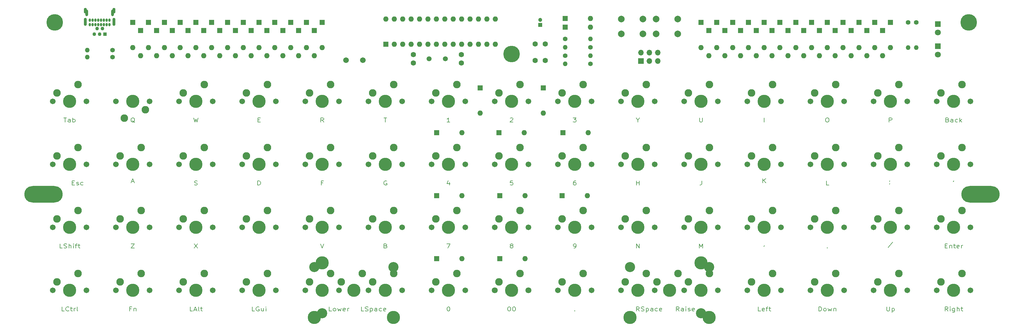
<source format=gbr>
G04 #@! TF.GenerationSoftware,KiCad,Pcbnew,(5.1.10-1-10_14)*
G04 #@! TF.CreationDate,2021-08-12T16:16:49+02:00*
G04 #@! TF.ProjectId,juliet-ortho,6a756c69-6574-42d6-9f72-74686f2e6b69,1*
G04 #@! TF.SameCoordinates,Original*
G04 #@! TF.FileFunction,Soldermask,Top*
G04 #@! TF.FilePolarity,Negative*
%FSLAX46Y46*%
G04 Gerber Fmt 4.6, Leading zero omitted, Abs format (unit mm)*
G04 Created by KiCad (PCBNEW (5.1.10-1-10_14)) date 2021-08-12 16:16:49*
%MOMM*%
%LPD*%
G01*
G04 APERTURE LIST*
%ADD10C,0.203200*%
%ADD11C,1.701800*%
%ADD12C,3.987800*%
%ADD13C,2.286000*%
%ADD14C,3.048000*%
%ADD15C,1.800000*%
%ADD16O,1.600000X1.600000*%
%ADD17R,1.600000X1.600000*%
%ADD18O,0.700000X1.000000*%
%ADD19O,0.900000X2.400000*%
%ADD20O,0.900000X1.700000*%
%ADD21C,1.100000*%
%ADD22R,1.100000X1.100000*%
%ADD23O,0.850000X2.000000*%
%ADD24O,11.600000X5.000000*%
%ADD25C,5.000000*%
%ADD26O,1.400000X1.400000*%
%ADD27C,1.400000*%
%ADD28C,1.710000*%
%ADD29R,1.200000X1.200000*%
%ADD30C,1.200000*%
%ADD31C,1.600000*%
%ADD32R,1.700000X1.700000*%
%ADD33O,1.700000X1.700000*%
%ADD34R,1.800000X1.800000*%
%ADD35C,2.000000*%
%ADD36C,1.500000*%
G04 APERTURE END LIST*
D10*
X132842000Y-126463273D02*
X133858000Y-126463273D01*
X133204857Y-127733273D01*
X133785428Y-89633273D02*
X132914571Y-89633273D01*
X133350000Y-89633273D02*
X133350000Y-88363273D01*
X133204857Y-88544702D01*
X133059714Y-88665654D01*
X132914571Y-88726130D01*
X56714571Y-108622797D02*
X56932285Y-108683273D01*
X57295142Y-108683273D01*
X57440285Y-108622797D01*
X57512857Y-108562321D01*
X57585428Y-108441369D01*
X57585428Y-108320416D01*
X57512857Y-108199464D01*
X57440285Y-108138988D01*
X57295142Y-108078511D01*
X57004857Y-108018035D01*
X56859714Y-107957559D01*
X56787142Y-107897083D01*
X56714571Y-107776130D01*
X56714571Y-107655178D01*
X56787142Y-107534226D01*
X56859714Y-107473750D01*
X57004857Y-107413273D01*
X57367714Y-107413273D01*
X57585428Y-107473750D01*
X228672571Y-126958422D02*
X228672571Y-127018898D01*
X228600000Y-127139851D01*
X228527428Y-127200327D01*
X228200857Y-107968898D02*
X228200857Y-106698898D01*
X229071714Y-107968898D02*
X228418571Y-107243184D01*
X229071714Y-106698898D02*
X228200857Y-107424613D01*
X56496857Y-88363273D02*
X56859714Y-89633273D01*
X57150000Y-88726130D01*
X57440285Y-89633273D01*
X57803142Y-88363273D01*
X283899428Y-88968035D02*
X284117142Y-89028511D01*
X284189714Y-89088988D01*
X284262285Y-89209940D01*
X284262285Y-89391369D01*
X284189714Y-89512321D01*
X284117142Y-89572797D01*
X283972000Y-89633273D01*
X283391428Y-89633273D01*
X283391428Y-88363273D01*
X283899428Y-88363273D01*
X284044571Y-88423750D01*
X284117142Y-88484226D01*
X284189714Y-88605178D01*
X284189714Y-88726130D01*
X284117142Y-88847083D01*
X284044571Y-88907559D01*
X283899428Y-88968035D01*
X283391428Y-88968035D01*
X285568571Y-89633273D02*
X285568571Y-88968035D01*
X285496000Y-88847083D01*
X285350857Y-88786607D01*
X285060571Y-88786607D01*
X284915428Y-88847083D01*
X285568571Y-89572797D02*
X285423428Y-89633273D01*
X285060571Y-89633273D01*
X284915428Y-89572797D01*
X284842857Y-89451845D01*
X284842857Y-89330892D01*
X284915428Y-89209940D01*
X285060571Y-89149464D01*
X285423428Y-89149464D01*
X285568571Y-89088988D01*
X286947428Y-89572797D02*
X286802285Y-89633273D01*
X286512000Y-89633273D01*
X286366857Y-89572797D01*
X286294285Y-89512321D01*
X286221714Y-89391369D01*
X286221714Y-89028511D01*
X286294285Y-88907559D01*
X286366857Y-88847083D01*
X286512000Y-88786607D01*
X286802285Y-88786607D01*
X286947428Y-88847083D01*
X287600571Y-89633273D02*
X287600571Y-88363273D01*
X287745714Y-89149464D02*
X288181142Y-89633273D01*
X288181142Y-88786607D02*
X287600571Y-89270416D01*
X267353142Y-125926547D02*
X266046857Y-127559404D01*
X266534446Y-108146547D02*
X266534446Y-108207023D01*
X266461875Y-108327976D01*
X266389303Y-108388452D01*
X266461875Y-107420833D02*
X266534446Y-107481309D01*
X266461875Y-107541785D01*
X266389303Y-107481309D01*
X266461875Y-107420833D01*
X266461875Y-107541785D01*
X266300857Y-89633273D02*
X266300857Y-88363273D01*
X266881428Y-88363273D01*
X267026571Y-88423750D01*
X267099142Y-88484226D01*
X267171714Y-88605178D01*
X267171714Y-88786607D01*
X267099142Y-88907559D01*
X267026571Y-88968035D01*
X266881428Y-89028511D01*
X266300857Y-89028511D01*
X245073714Y-146783273D02*
X245073714Y-145513273D01*
X245436571Y-145513273D01*
X245654285Y-145573750D01*
X245799428Y-145694702D01*
X245872000Y-145815654D01*
X245944571Y-146057559D01*
X245944571Y-146238988D01*
X245872000Y-146480892D01*
X245799428Y-146601845D01*
X245654285Y-146722797D01*
X245436571Y-146783273D01*
X245073714Y-146783273D01*
X246815428Y-146783273D02*
X246670285Y-146722797D01*
X246597714Y-146662321D01*
X246525142Y-146541369D01*
X246525142Y-146178511D01*
X246597714Y-146057559D01*
X246670285Y-145997083D01*
X246815428Y-145936607D01*
X247033142Y-145936607D01*
X247178285Y-145997083D01*
X247250857Y-146057559D01*
X247323428Y-146178511D01*
X247323428Y-146541369D01*
X247250857Y-146662321D01*
X247178285Y-146722797D01*
X247033142Y-146783273D01*
X246815428Y-146783273D01*
X247831428Y-145936607D02*
X248121714Y-146783273D01*
X248412000Y-146178511D01*
X248702285Y-146783273D01*
X248992571Y-145936607D01*
X249573142Y-145936607D02*
X249573142Y-146783273D01*
X249573142Y-146057559D02*
X249645714Y-145997083D01*
X249790857Y-145936607D01*
X250008571Y-145936607D01*
X250153714Y-145997083D01*
X250226285Y-146118035D01*
X250226285Y-146783273D01*
X247650000Y-127612321D02*
X247722571Y-127672797D01*
X247650000Y-127733273D01*
X247577428Y-127672797D01*
X247650000Y-127612321D01*
X247650000Y-127733273D01*
X248121714Y-108683273D02*
X247396000Y-108683273D01*
X247396000Y-107413273D01*
X247504857Y-88363273D02*
X247795142Y-88363273D01*
X247940285Y-88423750D01*
X248085428Y-88544702D01*
X248158000Y-88786607D01*
X248158000Y-89209940D01*
X248085428Y-89451845D01*
X247940285Y-89572797D01*
X247795142Y-89633273D01*
X247504857Y-89633273D01*
X247359714Y-89572797D01*
X247214571Y-89451845D01*
X247142000Y-89209940D01*
X247142000Y-88786607D01*
X247214571Y-88544702D01*
X247359714Y-88423750D01*
X247504857Y-88363273D01*
X228600000Y-89633273D02*
X228600000Y-88363273D01*
X202936928Y-146783273D02*
X202428928Y-146178511D01*
X202066071Y-146783273D02*
X202066071Y-145513273D01*
X202646642Y-145513273D01*
X202791785Y-145573750D01*
X202864357Y-145634226D01*
X202936928Y-145755178D01*
X202936928Y-145936607D01*
X202864357Y-146057559D01*
X202791785Y-146118035D01*
X202646642Y-146178511D01*
X202066071Y-146178511D01*
X204243214Y-146783273D02*
X204243214Y-146118035D01*
X204170642Y-145997083D01*
X204025500Y-145936607D01*
X203735214Y-145936607D01*
X203590071Y-145997083D01*
X204243214Y-146722797D02*
X204098071Y-146783273D01*
X203735214Y-146783273D01*
X203590071Y-146722797D01*
X203517500Y-146601845D01*
X203517500Y-146480892D01*
X203590071Y-146359940D01*
X203735214Y-146299464D01*
X204098071Y-146299464D01*
X204243214Y-146238988D01*
X204968928Y-146783273D02*
X204968928Y-145936607D01*
X204968928Y-145513273D02*
X204896357Y-145573750D01*
X204968928Y-145634226D01*
X205041500Y-145573750D01*
X204968928Y-145513273D01*
X204968928Y-145634226D01*
X205622071Y-146722797D02*
X205767214Y-146783273D01*
X206057500Y-146783273D01*
X206202642Y-146722797D01*
X206275214Y-146601845D01*
X206275214Y-146541369D01*
X206202642Y-146420416D01*
X206057500Y-146359940D01*
X205839785Y-146359940D01*
X205694642Y-146299464D01*
X205622071Y-146178511D01*
X205622071Y-146118035D01*
X205694642Y-145997083D01*
X205839785Y-145936607D01*
X206057500Y-145936607D01*
X206202642Y-145997083D01*
X207508928Y-146722797D02*
X207363785Y-146783273D01*
X207073500Y-146783273D01*
X206928357Y-146722797D01*
X206855785Y-146601845D01*
X206855785Y-146118035D01*
X206928357Y-145997083D01*
X207073500Y-145936607D01*
X207363785Y-145936607D01*
X207508928Y-145997083D01*
X207581500Y-146118035D01*
X207581500Y-146238988D01*
X206855785Y-146359940D01*
X209042000Y-127733273D02*
X209042000Y-126463273D01*
X209550000Y-127370416D01*
X210058000Y-126463273D01*
X210058000Y-127733273D01*
X209767714Y-107413273D02*
X209767714Y-108320416D01*
X209695142Y-108501845D01*
X209550000Y-108622797D01*
X209332285Y-108683273D01*
X209187142Y-108683273D01*
X209114571Y-88363273D02*
X209114571Y-89391369D01*
X209187142Y-89512321D01*
X209259714Y-89572797D01*
X209404857Y-89633273D01*
X209695142Y-89633273D01*
X209840285Y-89572797D01*
X209912857Y-89512321D01*
X209985428Y-89391369D01*
X209985428Y-88363273D01*
X190500000Y-89028511D02*
X190500000Y-89633273D01*
X189992000Y-88363273D02*
X190500000Y-89028511D01*
X191008000Y-88363273D01*
X171450000Y-146662321D02*
X171522571Y-146722797D01*
X171450000Y-146783273D01*
X171377428Y-146722797D01*
X171450000Y-146662321D01*
X171450000Y-146783273D01*
X171159714Y-127733273D02*
X171450000Y-127733273D01*
X171595142Y-127672797D01*
X171667714Y-127612321D01*
X171812857Y-127430892D01*
X171885428Y-127188988D01*
X171885428Y-126705178D01*
X171812857Y-126584226D01*
X171740285Y-126523750D01*
X171595142Y-126463273D01*
X171304857Y-126463273D01*
X171159714Y-126523750D01*
X171087142Y-126584226D01*
X171014571Y-126705178D01*
X171014571Y-127007559D01*
X171087142Y-127128511D01*
X171159714Y-127188988D01*
X171304857Y-127249464D01*
X171595142Y-127249464D01*
X171740285Y-127188988D01*
X171812857Y-127128511D01*
X171885428Y-127007559D01*
X171740285Y-107413273D02*
X171450000Y-107413273D01*
X171304857Y-107473750D01*
X171232285Y-107534226D01*
X171087142Y-107715654D01*
X171014571Y-107957559D01*
X171014571Y-108441369D01*
X171087142Y-108562321D01*
X171159714Y-108622797D01*
X171304857Y-108683273D01*
X171595142Y-108683273D01*
X171740285Y-108622797D01*
X171812857Y-108562321D01*
X171885428Y-108441369D01*
X171885428Y-108138988D01*
X171812857Y-108018035D01*
X171740285Y-107957559D01*
X171595142Y-107897083D01*
X171304857Y-107897083D01*
X171159714Y-107957559D01*
X171087142Y-108018035D01*
X171014571Y-108138988D01*
X170942000Y-88363273D02*
X171885428Y-88363273D01*
X171377428Y-88847083D01*
X171595142Y-88847083D01*
X171740285Y-88907559D01*
X171812857Y-88968035D01*
X171885428Y-89088988D01*
X171885428Y-89391369D01*
X171812857Y-89512321D01*
X171740285Y-89572797D01*
X171595142Y-89633273D01*
X171159714Y-89633273D01*
X171014571Y-89572797D01*
X170942000Y-89512321D01*
X152762857Y-107413273D02*
X152037142Y-107413273D01*
X151964571Y-108018035D01*
X152037142Y-107957559D01*
X152182285Y-107897083D01*
X152545142Y-107897083D01*
X152690285Y-107957559D01*
X152762857Y-108018035D01*
X152835428Y-108138988D01*
X152835428Y-108441369D01*
X152762857Y-108562321D01*
X152690285Y-108622797D01*
X152545142Y-108683273D01*
X152182285Y-108683273D01*
X152037142Y-108622797D01*
X151964571Y-108562321D01*
X151964571Y-88484226D02*
X152037142Y-88423750D01*
X152182285Y-88363273D01*
X152545142Y-88363273D01*
X152690285Y-88423750D01*
X152762857Y-88484226D01*
X152835428Y-88605178D01*
X152835428Y-88726130D01*
X152762857Y-88907559D01*
X151892000Y-89633273D01*
X152835428Y-89633273D01*
X133277428Y-145513273D02*
X133422571Y-145513273D01*
X133567714Y-145573750D01*
X133640285Y-145634226D01*
X133712857Y-145755178D01*
X133785428Y-145997083D01*
X133785428Y-146299464D01*
X133712857Y-146541369D01*
X133640285Y-146662321D01*
X133567714Y-146722797D01*
X133422571Y-146783273D01*
X133277428Y-146783273D01*
X133132285Y-146722797D01*
X133059714Y-146662321D01*
X132987142Y-146541369D01*
X132914571Y-146299464D01*
X132914571Y-145997083D01*
X132987142Y-145755178D01*
X133059714Y-145634226D01*
X133132285Y-145573750D01*
X133277428Y-145513273D01*
X133640285Y-107836607D02*
X133640285Y-108683273D01*
X133277428Y-107352797D02*
X132914571Y-108259940D01*
X133858000Y-108259940D01*
X113864571Y-88363273D02*
X114735428Y-88363273D01*
X114300000Y-89633273D02*
X114300000Y-88363273D01*
X98109767Y-146783273D02*
X97384053Y-146783273D01*
X97384053Y-145513273D01*
X98835482Y-146783273D02*
X98690339Y-146722797D01*
X98617767Y-146662321D01*
X98545196Y-146541369D01*
X98545196Y-146178511D01*
X98617767Y-146057559D01*
X98690339Y-145997083D01*
X98835482Y-145936607D01*
X99053196Y-145936607D01*
X99198339Y-145997083D01*
X99270910Y-146057559D01*
X99343482Y-146178511D01*
X99343482Y-146541369D01*
X99270910Y-146662321D01*
X99198339Y-146722797D01*
X99053196Y-146783273D01*
X98835482Y-146783273D01*
X99851482Y-145936607D02*
X100141767Y-146783273D01*
X100432053Y-146178511D01*
X100722339Y-146783273D01*
X101012625Y-145936607D01*
X102173767Y-146722797D02*
X102028625Y-146783273D01*
X101738339Y-146783273D01*
X101593196Y-146722797D01*
X101520625Y-146601845D01*
X101520625Y-146118035D01*
X101593196Y-145997083D01*
X101738339Y-145936607D01*
X102028625Y-145936607D01*
X102173767Y-145997083D01*
X102246339Y-146118035D01*
X102246339Y-146238988D01*
X101520625Y-146359940D01*
X102899482Y-146783273D02*
X102899482Y-145936607D01*
X102899482Y-146178511D02*
X102972053Y-146057559D01*
X103044625Y-145997083D01*
X103189767Y-145936607D01*
X103334910Y-145936607D01*
X94742000Y-126463273D02*
X95250000Y-127733273D01*
X95758000Y-126463273D01*
X95467714Y-108018035D02*
X94959714Y-108018035D01*
X94959714Y-108683273D02*
X94959714Y-107413273D01*
X95685428Y-107413273D01*
X95721714Y-89633273D02*
X95213714Y-89028511D01*
X94850857Y-89633273D02*
X94850857Y-88363273D01*
X95431428Y-88363273D01*
X95576571Y-88423750D01*
X95649142Y-88484226D01*
X95721714Y-88605178D01*
X95721714Y-88786607D01*
X95649142Y-88907559D01*
X95576571Y-88968035D01*
X95431428Y-89028511D01*
X94850857Y-89028511D01*
X75873428Y-88968035D02*
X76381428Y-88968035D01*
X76599142Y-89633273D02*
X75873428Y-89633273D01*
X75873428Y-88363273D01*
X76599142Y-88363273D01*
X56134000Y-146783273D02*
X55408285Y-146783273D01*
X55408285Y-145513273D01*
X56569428Y-146420416D02*
X57295142Y-146420416D01*
X56424285Y-146783273D02*
X56932285Y-145513273D01*
X57440285Y-146783273D01*
X58166000Y-146783273D02*
X58020857Y-146722797D01*
X57948285Y-146601845D01*
X57948285Y-145513273D01*
X58528857Y-145936607D02*
X59109428Y-145936607D01*
X58746571Y-145513273D02*
X58746571Y-146601845D01*
X58819142Y-146722797D01*
X58964285Y-146783273D01*
X59109428Y-146783273D01*
X56642000Y-126463273D02*
X57658000Y-127733273D01*
X57658000Y-126463273D02*
X56642000Y-127733273D01*
X37737142Y-107606041D02*
X38462857Y-107606041D01*
X37592000Y-107968898D02*
X38100000Y-106698898D01*
X38608000Y-107968898D01*
X19834678Y-108018035D02*
X20342678Y-108018035D01*
X20560392Y-108683273D02*
X19834678Y-108683273D01*
X19834678Y-107413273D01*
X20560392Y-107413273D01*
X21140964Y-108622797D02*
X21286107Y-108683273D01*
X21576392Y-108683273D01*
X21721535Y-108622797D01*
X21794107Y-108501845D01*
X21794107Y-108441369D01*
X21721535Y-108320416D01*
X21576392Y-108259940D01*
X21358678Y-108259940D01*
X21213535Y-108199464D01*
X21140964Y-108078511D01*
X21140964Y-108018035D01*
X21213535Y-107897083D01*
X21358678Y-107836607D01*
X21576392Y-107836607D01*
X21721535Y-107897083D01*
X23100392Y-108622797D02*
X22955250Y-108683273D01*
X22664964Y-108683273D01*
X22519821Y-108622797D01*
X22447250Y-108562321D01*
X22374678Y-108441369D01*
X22374678Y-108078511D01*
X22447250Y-107957559D01*
X22519821Y-107897083D01*
X22664964Y-107836607D01*
X22955250Y-107836607D01*
X23100392Y-107897083D01*
X17235714Y-88363273D02*
X18106571Y-88363273D01*
X17671142Y-89633273D02*
X17671142Y-88363273D01*
X19267714Y-89633273D02*
X19267714Y-88968035D01*
X19195142Y-88847083D01*
X19050000Y-88786607D01*
X18759714Y-88786607D01*
X18614571Y-88847083D01*
X19267714Y-89572797D02*
X19122571Y-89633273D01*
X18759714Y-89633273D01*
X18614571Y-89572797D01*
X18542000Y-89451845D01*
X18542000Y-89330892D01*
X18614571Y-89209940D01*
X18759714Y-89149464D01*
X19122571Y-89149464D01*
X19267714Y-89088988D01*
X19993428Y-89633273D02*
X19993428Y-88363273D01*
X19993428Y-88847083D02*
X20138571Y-88786607D01*
X20428857Y-88786607D01*
X20574000Y-88847083D01*
X20646571Y-88907559D01*
X20719142Y-89028511D01*
X20719142Y-89391369D01*
X20646571Y-89512321D01*
X20574000Y-89572797D01*
X20428857Y-89633273D01*
X20138571Y-89633273D01*
X19993428Y-89572797D01*
X16872857Y-127733273D02*
X16147142Y-127733273D01*
X16147142Y-126463273D01*
X17308285Y-127672797D02*
X17526000Y-127733273D01*
X17888857Y-127733273D01*
X18034000Y-127672797D01*
X18106571Y-127612321D01*
X18179142Y-127491369D01*
X18179142Y-127370416D01*
X18106571Y-127249464D01*
X18034000Y-127188988D01*
X17888857Y-127128511D01*
X17598571Y-127068035D01*
X17453428Y-127007559D01*
X17380857Y-126947083D01*
X17308285Y-126826130D01*
X17308285Y-126705178D01*
X17380857Y-126584226D01*
X17453428Y-126523750D01*
X17598571Y-126463273D01*
X17961428Y-126463273D01*
X18179142Y-126523750D01*
X18832285Y-127733273D02*
X18832285Y-126463273D01*
X19485428Y-127733273D02*
X19485428Y-127068035D01*
X19412857Y-126947083D01*
X19267714Y-126886607D01*
X19050000Y-126886607D01*
X18904857Y-126947083D01*
X18832285Y-127007559D01*
X20211142Y-127733273D02*
X20211142Y-126886607D01*
X20211142Y-126463273D02*
X20138571Y-126523750D01*
X20211142Y-126584226D01*
X20283714Y-126523750D01*
X20211142Y-126463273D01*
X20211142Y-126584226D01*
X20719142Y-126886607D02*
X21299714Y-126886607D01*
X20936857Y-127733273D02*
X20936857Y-126644702D01*
X21009428Y-126523750D01*
X21154571Y-126463273D01*
X21299714Y-126463273D01*
X21590000Y-126886607D02*
X22170571Y-126886607D01*
X21807714Y-126463273D02*
X21807714Y-127551845D01*
X21880285Y-127672797D01*
X22025428Y-127733273D01*
X22170571Y-127733273D01*
X17453428Y-146783273D02*
X16727714Y-146783273D01*
X16727714Y-145513273D01*
X18832285Y-146662321D02*
X18759714Y-146722797D01*
X18542000Y-146783273D01*
X18396857Y-146783273D01*
X18179142Y-146722797D01*
X18034000Y-146601845D01*
X17961428Y-146480892D01*
X17888857Y-146238988D01*
X17888857Y-146057559D01*
X17961428Y-145815654D01*
X18034000Y-145694702D01*
X18179142Y-145573750D01*
X18396857Y-145513273D01*
X18542000Y-145513273D01*
X18759714Y-145573750D01*
X18832285Y-145634226D01*
X19267714Y-145936607D02*
X19848285Y-145936607D01*
X19485428Y-145513273D02*
X19485428Y-146601845D01*
X19558000Y-146722797D01*
X19703142Y-146783273D01*
X19848285Y-146783273D01*
X20356285Y-146783273D02*
X20356285Y-145936607D01*
X20356285Y-146178511D02*
X20428857Y-146057559D01*
X20501428Y-145997083D01*
X20646571Y-145936607D01*
X20791714Y-145936607D01*
X21517428Y-146783273D02*
X21372285Y-146722797D01*
X21299714Y-146601845D01*
X21299714Y-145513273D01*
X38680571Y-89754226D02*
X38535428Y-89693750D01*
X38390285Y-89572797D01*
X38172571Y-89391369D01*
X38027428Y-89330892D01*
X37882285Y-89330892D01*
X37954857Y-89633273D02*
X37809714Y-89572797D01*
X37664571Y-89451845D01*
X37592000Y-89209940D01*
X37592000Y-88786607D01*
X37664571Y-88544702D01*
X37809714Y-88423750D01*
X37954857Y-88363273D01*
X38245142Y-88363273D01*
X38390285Y-88423750D01*
X38535428Y-88544702D01*
X38608000Y-88786607D01*
X38608000Y-89209940D01*
X38535428Y-89451845D01*
X38390285Y-89572797D01*
X38245142Y-89633273D01*
X37954857Y-89633273D01*
X37592000Y-126463273D02*
X38608000Y-126463273D01*
X37592000Y-127733273D01*
X38608000Y-127733273D01*
X37628285Y-146118035D02*
X37120285Y-146118035D01*
X37120285Y-146783273D02*
X37120285Y-145513273D01*
X37846000Y-145513273D01*
X38426571Y-145936607D02*
X38426571Y-146783273D01*
X38426571Y-146057559D02*
X38499142Y-145997083D01*
X38644285Y-145936607D01*
X38862000Y-145936607D01*
X39007142Y-145997083D01*
X39079714Y-146118035D01*
X39079714Y-146783273D01*
X75800857Y-108683273D02*
X75800857Y-107413273D01*
X76163714Y-107413273D01*
X76381428Y-107473750D01*
X76526571Y-107594702D01*
X76599142Y-107715654D01*
X76671714Y-107957559D01*
X76671714Y-108138988D01*
X76599142Y-108380892D01*
X76526571Y-108501845D01*
X76381428Y-108622797D01*
X76163714Y-108683273D01*
X75800857Y-108683273D01*
X74857428Y-146783273D02*
X74131714Y-146783273D01*
X74131714Y-145513273D01*
X76163714Y-145573750D02*
X76018571Y-145513273D01*
X75800857Y-145513273D01*
X75583142Y-145573750D01*
X75438000Y-145694702D01*
X75365428Y-145815654D01*
X75292857Y-146057559D01*
X75292857Y-146238988D01*
X75365428Y-146480892D01*
X75438000Y-146601845D01*
X75583142Y-146722797D01*
X75800857Y-146783273D01*
X75946000Y-146783273D01*
X76163714Y-146722797D01*
X76236285Y-146662321D01*
X76236285Y-146238988D01*
X75946000Y-146238988D01*
X77542571Y-145936607D02*
X77542571Y-146783273D01*
X76889428Y-145936607D02*
X76889428Y-146601845D01*
X76962000Y-146722797D01*
X77107142Y-146783273D01*
X77324857Y-146783273D01*
X77470000Y-146722797D01*
X77542571Y-146662321D01*
X78268285Y-146783273D02*
X78268285Y-145936607D01*
X78268285Y-145513273D02*
X78195714Y-145573750D01*
X78268285Y-145634226D01*
X78340857Y-145573750D01*
X78268285Y-145513273D01*
X78268285Y-145634226D01*
X114699142Y-107473750D02*
X114554000Y-107413273D01*
X114336285Y-107413273D01*
X114118571Y-107473750D01*
X113973428Y-107594702D01*
X113900857Y-107715654D01*
X113828285Y-107957559D01*
X113828285Y-108138988D01*
X113900857Y-108380892D01*
X113973428Y-108501845D01*
X114118571Y-108622797D01*
X114336285Y-108683273D01*
X114481428Y-108683273D01*
X114699142Y-108622797D01*
X114771714Y-108562321D01*
X114771714Y-108138988D01*
X114481428Y-108138988D01*
X114408857Y-127068035D02*
X114626571Y-127128511D01*
X114699142Y-127188988D01*
X114771714Y-127309940D01*
X114771714Y-127491369D01*
X114699142Y-127612321D01*
X114626571Y-127672797D01*
X114481428Y-127733273D01*
X113900857Y-127733273D01*
X113900857Y-126463273D01*
X114408857Y-126463273D01*
X114554000Y-126523750D01*
X114626571Y-126584226D01*
X114699142Y-126705178D01*
X114699142Y-126826130D01*
X114626571Y-126947083D01*
X114554000Y-127007559D01*
X114408857Y-127068035D01*
X113900857Y-127068035D01*
X107788982Y-146783273D02*
X107063267Y-146783273D01*
X107063267Y-145513273D01*
X108224410Y-146722797D02*
X108442125Y-146783273D01*
X108804982Y-146783273D01*
X108950125Y-146722797D01*
X109022696Y-146662321D01*
X109095267Y-146541369D01*
X109095267Y-146420416D01*
X109022696Y-146299464D01*
X108950125Y-146238988D01*
X108804982Y-146178511D01*
X108514696Y-146118035D01*
X108369553Y-146057559D01*
X108296982Y-145997083D01*
X108224410Y-145876130D01*
X108224410Y-145755178D01*
X108296982Y-145634226D01*
X108369553Y-145573750D01*
X108514696Y-145513273D01*
X108877553Y-145513273D01*
X109095267Y-145573750D01*
X109748410Y-145936607D02*
X109748410Y-147206607D01*
X109748410Y-145997083D02*
X109893553Y-145936607D01*
X110183839Y-145936607D01*
X110328982Y-145997083D01*
X110401553Y-146057559D01*
X110474125Y-146178511D01*
X110474125Y-146541369D01*
X110401553Y-146662321D01*
X110328982Y-146722797D01*
X110183839Y-146783273D01*
X109893553Y-146783273D01*
X109748410Y-146722797D01*
X111780410Y-146783273D02*
X111780410Y-146118035D01*
X111707839Y-145997083D01*
X111562696Y-145936607D01*
X111272410Y-145936607D01*
X111127267Y-145997083D01*
X111780410Y-146722797D02*
X111635267Y-146783273D01*
X111272410Y-146783273D01*
X111127267Y-146722797D01*
X111054696Y-146601845D01*
X111054696Y-146480892D01*
X111127267Y-146359940D01*
X111272410Y-146299464D01*
X111635267Y-146299464D01*
X111780410Y-146238988D01*
X113159267Y-146722797D02*
X113014125Y-146783273D01*
X112723839Y-146783273D01*
X112578696Y-146722797D01*
X112506125Y-146662321D01*
X112433553Y-146541369D01*
X112433553Y-146178511D01*
X112506125Y-146057559D01*
X112578696Y-145997083D01*
X112723839Y-145936607D01*
X113014125Y-145936607D01*
X113159267Y-145997083D01*
X114392982Y-146722797D02*
X114247839Y-146783273D01*
X113957553Y-146783273D01*
X113812410Y-146722797D01*
X113739839Y-146601845D01*
X113739839Y-146118035D01*
X113812410Y-145997083D01*
X113957553Y-145936607D01*
X114247839Y-145936607D01*
X114392982Y-145997083D01*
X114465553Y-146118035D01*
X114465553Y-146238988D01*
X113739839Y-146359940D01*
X152254857Y-127007559D02*
X152109714Y-126947083D01*
X152037142Y-126886607D01*
X151964571Y-126765654D01*
X151964571Y-126705178D01*
X152037142Y-126584226D01*
X152109714Y-126523750D01*
X152254857Y-126463273D01*
X152545142Y-126463273D01*
X152690285Y-126523750D01*
X152762857Y-126584226D01*
X152835428Y-126705178D01*
X152835428Y-126765654D01*
X152762857Y-126886607D01*
X152690285Y-126947083D01*
X152545142Y-127007559D01*
X152254857Y-127007559D01*
X152109714Y-127068035D01*
X152037142Y-127128511D01*
X151964571Y-127249464D01*
X151964571Y-127491369D01*
X152037142Y-127612321D01*
X152109714Y-127672797D01*
X152254857Y-127733273D01*
X152545142Y-127733273D01*
X152690285Y-127672797D01*
X152762857Y-127612321D01*
X152835428Y-127491369D01*
X152835428Y-127249464D01*
X152762857Y-127128511D01*
X152690285Y-127068035D01*
X152545142Y-127007559D01*
X151601714Y-145513273D02*
X151746857Y-145513273D01*
X151892000Y-145573750D01*
X151964571Y-145634226D01*
X152037142Y-145755178D01*
X152109714Y-145997083D01*
X152109714Y-146299464D01*
X152037142Y-146541369D01*
X151964571Y-146662321D01*
X151892000Y-146722797D01*
X151746857Y-146783273D01*
X151601714Y-146783273D01*
X151456571Y-146722797D01*
X151384000Y-146662321D01*
X151311428Y-146541369D01*
X151238857Y-146299464D01*
X151238857Y-145997083D01*
X151311428Y-145755178D01*
X151384000Y-145634226D01*
X151456571Y-145573750D01*
X151601714Y-145513273D01*
X153053142Y-145513273D02*
X153198285Y-145513273D01*
X153343428Y-145573750D01*
X153416000Y-145634226D01*
X153488571Y-145755178D01*
X153561142Y-145997083D01*
X153561142Y-146299464D01*
X153488571Y-146541369D01*
X153416000Y-146662321D01*
X153343428Y-146722797D01*
X153198285Y-146783273D01*
X153053142Y-146783273D01*
X152908000Y-146722797D01*
X152835428Y-146662321D01*
X152762857Y-146541369D01*
X152690285Y-146299464D01*
X152690285Y-145997083D01*
X152762857Y-145755178D01*
X152835428Y-145634226D01*
X152908000Y-145573750D01*
X153053142Y-145513273D01*
X190064571Y-108683273D02*
X190064571Y-107413273D01*
X190064571Y-108018035D02*
X190935428Y-108018035D01*
X190935428Y-108683273D02*
X190935428Y-107413273D01*
X190064571Y-127733273D02*
X190064571Y-126463273D01*
X190935428Y-127733273D01*
X190935428Y-126463273D01*
X190894607Y-146783273D02*
X190386607Y-146178511D01*
X190023750Y-146783273D02*
X190023750Y-145513273D01*
X190604321Y-145513273D01*
X190749464Y-145573750D01*
X190822035Y-145634226D01*
X190894607Y-145755178D01*
X190894607Y-145936607D01*
X190822035Y-146057559D01*
X190749464Y-146118035D01*
X190604321Y-146178511D01*
X190023750Y-146178511D01*
X191475178Y-146722797D02*
X191692892Y-146783273D01*
X192055750Y-146783273D01*
X192200892Y-146722797D01*
X192273464Y-146662321D01*
X192346035Y-146541369D01*
X192346035Y-146420416D01*
X192273464Y-146299464D01*
X192200892Y-146238988D01*
X192055750Y-146178511D01*
X191765464Y-146118035D01*
X191620321Y-146057559D01*
X191547750Y-145997083D01*
X191475178Y-145876130D01*
X191475178Y-145755178D01*
X191547750Y-145634226D01*
X191620321Y-145573750D01*
X191765464Y-145513273D01*
X192128321Y-145513273D01*
X192346035Y-145573750D01*
X192999178Y-145936607D02*
X192999178Y-147206607D01*
X192999178Y-145997083D02*
X193144321Y-145936607D01*
X193434607Y-145936607D01*
X193579750Y-145997083D01*
X193652321Y-146057559D01*
X193724892Y-146178511D01*
X193724892Y-146541369D01*
X193652321Y-146662321D01*
X193579750Y-146722797D01*
X193434607Y-146783273D01*
X193144321Y-146783273D01*
X192999178Y-146722797D01*
X195031178Y-146783273D02*
X195031178Y-146118035D01*
X194958607Y-145997083D01*
X194813464Y-145936607D01*
X194523178Y-145936607D01*
X194378035Y-145997083D01*
X195031178Y-146722797D02*
X194886035Y-146783273D01*
X194523178Y-146783273D01*
X194378035Y-146722797D01*
X194305464Y-146601845D01*
X194305464Y-146480892D01*
X194378035Y-146359940D01*
X194523178Y-146299464D01*
X194886035Y-146299464D01*
X195031178Y-146238988D01*
X196410035Y-146722797D02*
X196264892Y-146783273D01*
X195974607Y-146783273D01*
X195829464Y-146722797D01*
X195756892Y-146662321D01*
X195684321Y-146541369D01*
X195684321Y-146178511D01*
X195756892Y-146057559D01*
X195829464Y-145997083D01*
X195974607Y-145936607D01*
X196264892Y-145936607D01*
X196410035Y-145997083D01*
X197643750Y-146722797D02*
X197498607Y-146783273D01*
X197208321Y-146783273D01*
X197063178Y-146722797D01*
X196990607Y-146601845D01*
X196990607Y-146118035D01*
X197063178Y-145997083D01*
X197208321Y-145936607D01*
X197498607Y-145936607D01*
X197643750Y-145997083D01*
X197716321Y-146118035D01*
X197716321Y-146238988D01*
X196990607Y-146359940D01*
X227547714Y-146783273D02*
X226822000Y-146783273D01*
X226822000Y-145513273D01*
X228636285Y-146722797D02*
X228491142Y-146783273D01*
X228200857Y-146783273D01*
X228055714Y-146722797D01*
X227983142Y-146601845D01*
X227983142Y-146118035D01*
X228055714Y-145997083D01*
X228200857Y-145936607D01*
X228491142Y-145936607D01*
X228636285Y-145997083D01*
X228708857Y-146118035D01*
X228708857Y-146238988D01*
X227983142Y-146359940D01*
X229144285Y-145936607D02*
X229724857Y-145936607D01*
X229362000Y-146783273D02*
X229362000Y-145694702D01*
X229434571Y-145573750D01*
X229579714Y-145513273D01*
X229724857Y-145513273D01*
X230015142Y-145936607D02*
X230595714Y-145936607D01*
X230232857Y-145513273D02*
X230232857Y-146601845D01*
X230305428Y-146722797D01*
X230450571Y-146783273D01*
X230595714Y-146783273D01*
X265575142Y-145513273D02*
X265575142Y-146541369D01*
X265647714Y-146662321D01*
X265720285Y-146722797D01*
X265865428Y-146783273D01*
X266155714Y-146783273D01*
X266300857Y-146722797D01*
X266373428Y-146662321D01*
X266446000Y-146541369D01*
X266446000Y-145513273D01*
X267171714Y-145936607D02*
X267171714Y-147206607D01*
X267171714Y-145997083D02*
X267316857Y-145936607D01*
X267607142Y-145936607D01*
X267752285Y-145997083D01*
X267824857Y-146057559D01*
X267897428Y-146178511D01*
X267897428Y-146541369D01*
X267824857Y-146662321D01*
X267752285Y-146722797D01*
X267607142Y-146783273D01*
X267316857Y-146783273D01*
X267171714Y-146722797D01*
X285822571Y-107413273D02*
X285677428Y-107655178D01*
X283173714Y-127068035D02*
X283681714Y-127068035D01*
X283899428Y-127733273D02*
X283173714Y-127733273D01*
X283173714Y-126463273D01*
X283899428Y-126463273D01*
X284552571Y-126886607D02*
X284552571Y-127733273D01*
X284552571Y-127007559D02*
X284625142Y-126947083D01*
X284770285Y-126886607D01*
X284988000Y-126886607D01*
X285133142Y-126947083D01*
X285205714Y-127068035D01*
X285205714Y-127733273D01*
X285713714Y-126886607D02*
X286294285Y-126886607D01*
X285931428Y-126463273D02*
X285931428Y-127551845D01*
X286004000Y-127672797D01*
X286149142Y-127733273D01*
X286294285Y-127733273D01*
X287382857Y-127672797D02*
X287237714Y-127733273D01*
X286947428Y-127733273D01*
X286802285Y-127672797D01*
X286729714Y-127551845D01*
X286729714Y-127068035D01*
X286802285Y-126947083D01*
X286947428Y-126886607D01*
X287237714Y-126886607D01*
X287382857Y-126947083D01*
X287455428Y-127068035D01*
X287455428Y-127188988D01*
X286729714Y-127309940D01*
X288108571Y-127733273D02*
X288108571Y-126886607D01*
X288108571Y-127128511D02*
X288181142Y-127007559D01*
X288253714Y-126947083D01*
X288398857Y-126886607D01*
X288544000Y-126886607D01*
X284044571Y-146783273D02*
X283536571Y-146178511D01*
X283173714Y-146783273D02*
X283173714Y-145513273D01*
X283754285Y-145513273D01*
X283899428Y-145573750D01*
X283972000Y-145634226D01*
X284044571Y-145755178D01*
X284044571Y-145936607D01*
X283972000Y-146057559D01*
X283899428Y-146118035D01*
X283754285Y-146178511D01*
X283173714Y-146178511D01*
X284697714Y-146783273D02*
X284697714Y-145936607D01*
X284697714Y-145513273D02*
X284625142Y-145573750D01*
X284697714Y-145634226D01*
X284770285Y-145573750D01*
X284697714Y-145513273D01*
X284697714Y-145634226D01*
X286076571Y-145936607D02*
X286076571Y-146964702D01*
X286004000Y-147085654D01*
X285931428Y-147146130D01*
X285786285Y-147206607D01*
X285568571Y-147206607D01*
X285423428Y-147146130D01*
X286076571Y-146722797D02*
X285931428Y-146783273D01*
X285641142Y-146783273D01*
X285496000Y-146722797D01*
X285423428Y-146662321D01*
X285350857Y-146541369D01*
X285350857Y-146178511D01*
X285423428Y-146057559D01*
X285496000Y-145997083D01*
X285641142Y-145936607D01*
X285931428Y-145936607D01*
X286076571Y-145997083D01*
X286802285Y-146783273D02*
X286802285Y-145513273D01*
X287455428Y-146783273D02*
X287455428Y-146118035D01*
X287382857Y-145997083D01*
X287237714Y-145936607D01*
X287020000Y-145936607D01*
X286874857Y-145997083D01*
X286802285Y-146057559D01*
X287963428Y-145936607D02*
X288544000Y-145936607D01*
X288181142Y-145513273D02*
X288181142Y-146601845D01*
X288253714Y-146722797D01*
X288398857Y-146783273D01*
X288544000Y-146783273D01*
D11*
X138430000Y-121443750D03*
X128270000Y-121443750D03*
D12*
X133350000Y-121443750D03*
D13*
X129540000Y-118903750D03*
X135890000Y-116363750D03*
D11*
X138430000Y-83343750D03*
X128270000Y-83343750D03*
D12*
X133350000Y-83343750D03*
D13*
X129540000Y-80803750D03*
X135890000Y-78263750D03*
D12*
X95250000Y-132238750D03*
X209550000Y-132238750D03*
D14*
X95250000Y-147478750D03*
X209550000Y-147478750D03*
D15*
X147320000Y-140493750D03*
X157480000Y-140493750D03*
D12*
X152400000Y-140493750D03*
D13*
X148590000Y-137953750D03*
X154940000Y-135413750D03*
D11*
X62230000Y-102393750D03*
X52070000Y-102393750D03*
D12*
X57150000Y-102393750D03*
D13*
X53340000Y-99853750D03*
X59690000Y-97313750D03*
D11*
X233680000Y-121443750D03*
X223520000Y-121443750D03*
D12*
X228600000Y-121443750D03*
D13*
X224790000Y-118903750D03*
X231140000Y-116363750D03*
D11*
X233680000Y-102393750D03*
X223520000Y-102393750D03*
D12*
X228600000Y-102393750D03*
D13*
X224790000Y-99853750D03*
X231140000Y-97313750D03*
D16*
X235743750Y-69532500D03*
D17*
X235743750Y-61912500D03*
D18*
X25136968Y-60145127D03*
X25986968Y-60145127D03*
X26836968Y-60145127D03*
X27686968Y-60145127D03*
X28536968Y-60145127D03*
X29386968Y-60145127D03*
X30236968Y-60145127D03*
X31086968Y-60145127D03*
X25986968Y-58795127D03*
X27686968Y-58795127D03*
X26836968Y-58795127D03*
X25136968Y-58795127D03*
X29386968Y-58795127D03*
X30236968Y-58795127D03*
X31086968Y-58795127D03*
X28536968Y-58795127D03*
D19*
X23786968Y-59315127D03*
X32436968Y-59315127D03*
D20*
X23786968Y-55935127D03*
X32436968Y-55935127D03*
D21*
X27308968Y-61339127D03*
X26508968Y-63089127D03*
X28108968Y-63089127D03*
X28908968Y-61339127D03*
D22*
X29708968Y-63089127D03*
D23*
X24208968Y-56639127D03*
X32008968Y-56639127D03*
D16*
X211931250Y-69532500D03*
D17*
X211931250Y-61912500D03*
D16*
X247650000Y-67151250D03*
D17*
X247650000Y-59531250D03*
D24*
X293846250Y-111442500D03*
X11191875Y-111442500D03*
D25*
X290274375Y-59531250D03*
X152400000Y-69056250D03*
X14525625Y-59531250D03*
D17*
X226218750Y-61912500D03*
D16*
X226218750Y-69532500D03*
X64293750Y-69532500D03*
D17*
X64293750Y-61912500D03*
D11*
X62230000Y-83343750D03*
X52070000Y-83343750D03*
D12*
X57150000Y-83343750D03*
D13*
X53340000Y-80803750D03*
X59690000Y-78263750D03*
D11*
X290830000Y-83343750D03*
X280670000Y-83343750D03*
D12*
X285750000Y-83343750D03*
D13*
X281940000Y-80803750D03*
X288290000Y-78263750D03*
D11*
X271780000Y-121443750D03*
X261620000Y-121443750D03*
D12*
X266700000Y-121443750D03*
D13*
X262890000Y-118903750D03*
X269240000Y-116363750D03*
D11*
X271780000Y-102393750D03*
X261620000Y-102393750D03*
D12*
X266700000Y-102393750D03*
D13*
X262890000Y-99853750D03*
X269240000Y-97313750D03*
D11*
X271780000Y-83343750D03*
X261620000Y-83343750D03*
D12*
X266700000Y-83343750D03*
D13*
X262890000Y-80803750D03*
X269240000Y-78263750D03*
D11*
X252730000Y-140493750D03*
X242570000Y-140493750D03*
D12*
X247650000Y-140493750D03*
D13*
X243840000Y-137953750D03*
X250190000Y-135413750D03*
D11*
X252730000Y-121443750D03*
X242570000Y-121443750D03*
D12*
X247650000Y-121443750D03*
D13*
X243840000Y-118903750D03*
X250190000Y-116363750D03*
D11*
X252730000Y-102393750D03*
X242570000Y-102393750D03*
D12*
X247650000Y-102393750D03*
D13*
X243840000Y-99853750D03*
X250190000Y-97313750D03*
D11*
X252730000Y-83343750D03*
X242570000Y-83343750D03*
D12*
X247650000Y-83343750D03*
D13*
X243840000Y-80803750D03*
X250190000Y-78263750D03*
D11*
X233680000Y-83343750D03*
X223520000Y-83343750D03*
D12*
X228600000Y-83343750D03*
D13*
X224790000Y-80803750D03*
X231140000Y-78263750D03*
D11*
X214630000Y-140493750D03*
X204470000Y-140493750D03*
D12*
X209550000Y-140493750D03*
D13*
X205740000Y-137953750D03*
X212090000Y-135413750D03*
D11*
X214630000Y-121443750D03*
X204470000Y-121443750D03*
D12*
X209550000Y-121443750D03*
D13*
X205740000Y-118903750D03*
X212090000Y-116363750D03*
D11*
X214630000Y-102393750D03*
X204470000Y-102393750D03*
D12*
X209550000Y-102393750D03*
D13*
X205740000Y-99853750D03*
X212090000Y-97313750D03*
D11*
X214630000Y-83343750D03*
X204470000Y-83343750D03*
D12*
X209550000Y-83343750D03*
D13*
X205740000Y-80803750D03*
X212090000Y-78263750D03*
D11*
X195580000Y-83343750D03*
X185420000Y-83343750D03*
D12*
X190500000Y-83343750D03*
D13*
X186690000Y-80803750D03*
X193040000Y-78263750D03*
D11*
X176530000Y-140493750D03*
X166370000Y-140493750D03*
D12*
X171450000Y-140493750D03*
D13*
X167640000Y-137953750D03*
X173990000Y-135413750D03*
D11*
X176530000Y-121443750D03*
X166370000Y-121443750D03*
D12*
X171450000Y-121443750D03*
D13*
X167640000Y-118903750D03*
X173990000Y-116363750D03*
D11*
X176530000Y-102393750D03*
X166370000Y-102393750D03*
D12*
X171450000Y-102393750D03*
D13*
X167640000Y-99853750D03*
X173990000Y-97313750D03*
D11*
X176530000Y-83343750D03*
X166370000Y-83343750D03*
D12*
X171450000Y-83343750D03*
D13*
X167640000Y-80803750D03*
X173990000Y-78263750D03*
D11*
X157480000Y-102393750D03*
X147320000Y-102393750D03*
D12*
X152400000Y-102393750D03*
D13*
X148590000Y-99853750D03*
X154940000Y-97313750D03*
D11*
X157480000Y-83343750D03*
X147320000Y-83343750D03*
D12*
X152400000Y-83343750D03*
D13*
X148590000Y-80803750D03*
X154940000Y-78263750D03*
D11*
X138430000Y-140493750D03*
X128270000Y-140493750D03*
D12*
X133350000Y-140493750D03*
D13*
X129540000Y-137953750D03*
X135890000Y-135413750D03*
D11*
X138430000Y-102393750D03*
X128270000Y-102393750D03*
D12*
X133350000Y-102393750D03*
D13*
X129540000Y-99853750D03*
X135890000Y-97313750D03*
D11*
X119380000Y-83343750D03*
X109220000Y-83343750D03*
D12*
X114300000Y-83343750D03*
D13*
X110490000Y-80803750D03*
X116840000Y-78263750D03*
D11*
X100330000Y-140493750D03*
X90170000Y-140493750D03*
D12*
X95250000Y-140493750D03*
D13*
X91440000Y-137953750D03*
X97790000Y-135413750D03*
D11*
X100330000Y-121443750D03*
X90170000Y-121443750D03*
D12*
X95250000Y-121443750D03*
D13*
X91440000Y-118903750D03*
X97790000Y-116363750D03*
D11*
X100330000Y-102393750D03*
X90170000Y-102393750D03*
D12*
X95250000Y-102393750D03*
D13*
X91440000Y-99853750D03*
X97790000Y-97313750D03*
D11*
X100330000Y-83343750D03*
X90170000Y-83343750D03*
D12*
X95250000Y-83343750D03*
D13*
X91440000Y-80803750D03*
X97790000Y-78263750D03*
D11*
X81280000Y-83343750D03*
X71120000Y-83343750D03*
D12*
X76200000Y-83343750D03*
D13*
X72390000Y-80803750D03*
X78740000Y-78263750D03*
D11*
X62230000Y-140493750D03*
X52070000Y-140493750D03*
D12*
X57150000Y-140493750D03*
D13*
X53340000Y-137953750D03*
X59690000Y-135413750D03*
D11*
X62230000Y-121443750D03*
X52070000Y-121443750D03*
D12*
X57150000Y-121443750D03*
D13*
X53340000Y-118903750D03*
X59690000Y-116363750D03*
D11*
X43180000Y-102393750D03*
X33020000Y-102393750D03*
D12*
X38100000Y-102393750D03*
D13*
X34290000Y-99853750D03*
X40640000Y-97313750D03*
D11*
X24130000Y-102393750D03*
X13970000Y-102393750D03*
D12*
X19050000Y-102393750D03*
D13*
X15240000Y-99853750D03*
X21590000Y-97313750D03*
D26*
X176212500Y-64500000D03*
D27*
X168592500Y-64500000D03*
D26*
X168592500Y-67000000D03*
D27*
X176212500Y-67000000D03*
D28*
X107540000Y-70961250D03*
X102460000Y-70961250D03*
D17*
X69056250Y-61912500D03*
D16*
X69056250Y-69532500D03*
D17*
X45243750Y-61912500D03*
D16*
X45243750Y-69532500D03*
D17*
X228600000Y-59531250D03*
D16*
X228600000Y-67151250D03*
X95250000Y-67151250D03*
D17*
X95250000Y-59531250D03*
D29*
X161000000Y-60245625D03*
D30*
X161000000Y-58745625D03*
D31*
X159500000Y-66000000D03*
X159500000Y-71000000D03*
X162500000Y-71000000D03*
X162500000Y-66000000D03*
X137250000Y-71750000D03*
X137250000Y-69250000D03*
X122750000Y-69250000D03*
X122750000Y-71750000D03*
D32*
X191452500Y-71199375D03*
D33*
X191452500Y-68659375D03*
X193992500Y-71199375D03*
X193992500Y-68659375D03*
X196532500Y-71199375D03*
X196532500Y-68659375D03*
D34*
X280987500Y-66675000D03*
D15*
X280987500Y-69215000D03*
D35*
X202500000Y-58500000D03*
X202500000Y-63000000D03*
X196000000Y-58500000D03*
X196000000Y-63000000D03*
X185500000Y-63000000D03*
X185500000Y-58500000D03*
X192000000Y-63000000D03*
X192000000Y-58500000D03*
D36*
X127517500Y-70485000D03*
X132397500Y-70485000D03*
D17*
X114480000Y-66120000D03*
D16*
X147500000Y-58500000D03*
X117020000Y-66120000D03*
X144960000Y-58500000D03*
X119560000Y-66120000D03*
X142420000Y-58500000D03*
X122100000Y-66120000D03*
X139880000Y-58500000D03*
X124640000Y-66120000D03*
X137340000Y-58500000D03*
X127180000Y-66120000D03*
X134800000Y-58500000D03*
X129720000Y-66120000D03*
X132260000Y-58500000D03*
X132260000Y-66120000D03*
X129720000Y-58500000D03*
X134800000Y-66120000D03*
X127180000Y-58500000D03*
X137340000Y-66120000D03*
X124640000Y-58500000D03*
X139880000Y-66120000D03*
X122100000Y-58500000D03*
X142420000Y-66120000D03*
X119560000Y-58500000D03*
X144960000Y-66120000D03*
X117020000Y-58500000D03*
X147500000Y-66120000D03*
X114480000Y-58500000D03*
D17*
X168592500Y-60960000D03*
D16*
X176212500Y-60960000D03*
X176212500Y-58340625D03*
D17*
X168592500Y-58340625D03*
X38100000Y-59531250D03*
D16*
X38100000Y-67151250D03*
D17*
X57150000Y-59531250D03*
D16*
X57150000Y-67151250D03*
X76200000Y-67151250D03*
D17*
X76200000Y-59531250D03*
X161925000Y-79295625D03*
D16*
X161925000Y-86915625D03*
D17*
X221456250Y-61912500D03*
D16*
X221456250Y-69532500D03*
X252412500Y-67151250D03*
D17*
X252412500Y-59531250D03*
X40481250Y-61912500D03*
D16*
X40481250Y-69532500D03*
D17*
X59531250Y-61912500D03*
D16*
X59531250Y-69532500D03*
X78581250Y-69532500D03*
D17*
X78581250Y-61912500D03*
D16*
X137398125Y-92868750D03*
D17*
X129778125Y-92868750D03*
X167878125Y-92868750D03*
D16*
X175498125Y-92868750D03*
X223837500Y-67151250D03*
D17*
X223837500Y-59531250D03*
X240506250Y-61912500D03*
D16*
X240506250Y-69532500D03*
D17*
X254793750Y-61912500D03*
D16*
X254793750Y-69532500D03*
X42862500Y-67151250D03*
D17*
X42862500Y-59531250D03*
D16*
X61912500Y-67151250D03*
D17*
X61912500Y-59531250D03*
D16*
X80962500Y-67151250D03*
D17*
X80962500Y-59531250D03*
X129778125Y-111918750D03*
D16*
X137398125Y-111918750D03*
D17*
X167640000Y-111918750D03*
D16*
X175260000Y-111918750D03*
D17*
X242887500Y-59531250D03*
D16*
X242887500Y-67151250D03*
D17*
X259556250Y-61912500D03*
D16*
X259556250Y-69532500D03*
X83343750Y-69532500D03*
D17*
X83343750Y-61912500D03*
X129778125Y-130968750D03*
D16*
X137398125Y-130968750D03*
D17*
X209550000Y-59531250D03*
D16*
X209550000Y-67151250D03*
D17*
X245268750Y-61912500D03*
D16*
X245268750Y-69532500D03*
D17*
X261937500Y-59531250D03*
D16*
X261937500Y-67151250D03*
X47625000Y-67151250D03*
D17*
X47625000Y-59531250D03*
D16*
X66675000Y-67151250D03*
D17*
X66675000Y-59531250D03*
D16*
X85725000Y-67151250D03*
D17*
X85725000Y-59531250D03*
D16*
X142875000Y-86915625D03*
D17*
X142875000Y-79295625D03*
D16*
X230981250Y-69532500D03*
D17*
X230981250Y-61912500D03*
D16*
X264318750Y-69532500D03*
D17*
X264318750Y-61912500D03*
X50006250Y-61912500D03*
D16*
X50006250Y-69532500D03*
D17*
X88106250Y-61912500D03*
D16*
X88106250Y-69532500D03*
D17*
X148590000Y-92868750D03*
D16*
X156210000Y-92868750D03*
D17*
X233362500Y-59531250D03*
D16*
X233362500Y-67151250D03*
D17*
X250031250Y-61912500D03*
D16*
X250031250Y-69532500D03*
D17*
X266700000Y-59531250D03*
D16*
X266700000Y-67151250D03*
D34*
X280987500Y-59960000D03*
D15*
X280987500Y-62500000D03*
D17*
X214312500Y-59531250D03*
D16*
X214312500Y-67151250D03*
D26*
X168592500Y-72000000D03*
D27*
X176212500Y-72000000D03*
X168592500Y-69532500D03*
D26*
X176212500Y-69532500D03*
X274500000Y-67151250D03*
D27*
X274500000Y-59531250D03*
X272000000Y-59531250D03*
D26*
X272000000Y-67151250D03*
X24389432Y-67865625D03*
D27*
X32009432Y-67865625D03*
X32009432Y-70008750D03*
D26*
X24389432Y-70008750D03*
D11*
X24130000Y-83343750D03*
X13970000Y-83343750D03*
D12*
X19050000Y-83343750D03*
D13*
X15240000Y-80803750D03*
X21590000Y-78263750D03*
X21590000Y-116363750D03*
X15240000Y-118903750D03*
D12*
X19050000Y-121443750D03*
D11*
X13970000Y-121443750D03*
X24130000Y-121443750D03*
X24130000Y-140493750D03*
X13970000Y-140493750D03*
D12*
X19050000Y-140493750D03*
D13*
X15240000Y-137953750D03*
X21590000Y-135413750D03*
X35560000Y-88423750D03*
X41910000Y-85883750D03*
D12*
X38100000Y-83343750D03*
D11*
X43180000Y-83343750D03*
X33020000Y-83343750D03*
X43180000Y-121443750D03*
X33020000Y-121443750D03*
D12*
X38100000Y-121443750D03*
D13*
X34290000Y-118903750D03*
X40640000Y-116363750D03*
D11*
X43180000Y-140493750D03*
X33020000Y-140493750D03*
D12*
X38100000Y-140493750D03*
D13*
X34290000Y-137953750D03*
X40640000Y-135413750D03*
D11*
X81280000Y-102393750D03*
X71120000Y-102393750D03*
D12*
X76200000Y-102393750D03*
D13*
X72390000Y-99853750D03*
X78740000Y-97313750D03*
X78740000Y-116363750D03*
X72390000Y-118903750D03*
D12*
X76200000Y-121443750D03*
D11*
X71120000Y-121443750D03*
X81280000Y-121443750D03*
D13*
X78740000Y-135413750D03*
X72390000Y-137953750D03*
D12*
X76200000Y-140493750D03*
D11*
X71120000Y-140493750D03*
X81280000Y-140493750D03*
D13*
X116840000Y-97313750D03*
X110490000Y-99853750D03*
D12*
X114300000Y-102393750D03*
D11*
X109220000Y-102393750D03*
X119380000Y-102393750D03*
D13*
X116840000Y-116363750D03*
X110490000Y-118903750D03*
D12*
X114300000Y-121443750D03*
D11*
X109220000Y-121443750D03*
X119380000Y-121443750D03*
X119380000Y-140493750D03*
X109220000Y-140493750D03*
D12*
X114300000Y-140493750D03*
D13*
X110490000Y-137953750D03*
X116840000Y-135413750D03*
D11*
X157480000Y-121443750D03*
X147320000Y-121443750D03*
D12*
X152400000Y-121443750D03*
D13*
X148590000Y-118903750D03*
X154940000Y-116363750D03*
X154940000Y-135413750D03*
X148590000Y-137953750D03*
D12*
X152400000Y-140493750D03*
D11*
X147320000Y-140493750D03*
X157480000Y-140493750D03*
D13*
X193040000Y-97313750D03*
X186690000Y-99853750D03*
D12*
X190500000Y-102393750D03*
D11*
X185420000Y-102393750D03*
X195580000Y-102393750D03*
D13*
X193040000Y-116363750D03*
X186690000Y-118903750D03*
D12*
X190500000Y-121443750D03*
D11*
X185420000Y-121443750D03*
X195580000Y-121443750D03*
X195580000Y-140493750D03*
X185420000Y-140493750D03*
D12*
X190500000Y-140493750D03*
D13*
X186690000Y-137953750D03*
X193040000Y-135413750D03*
X231140000Y-135413750D03*
X224790000Y-137953750D03*
D12*
X228600000Y-140493750D03*
D11*
X223520000Y-140493750D03*
X233680000Y-140493750D03*
X271780000Y-140493750D03*
X261620000Y-140493750D03*
D12*
X266700000Y-140493750D03*
D13*
X262890000Y-137953750D03*
X269240000Y-135413750D03*
D11*
X290830000Y-102393750D03*
X280670000Y-102393750D03*
D12*
X285750000Y-102393750D03*
D13*
X281940000Y-99853750D03*
X288290000Y-97313750D03*
X288290000Y-116363750D03*
X281940000Y-118903750D03*
D12*
X285750000Y-121443750D03*
D11*
X280670000Y-121443750D03*
X290830000Y-121443750D03*
X290830000Y-140493750D03*
X280670000Y-140493750D03*
D12*
X285750000Y-140493750D03*
D13*
X281940000Y-137953750D03*
X288290000Y-135413750D03*
D16*
X52387500Y-67151250D03*
D17*
X52387500Y-59531250D03*
X54768750Y-61912500D03*
D16*
X54768750Y-69532500D03*
D17*
X71437500Y-59531250D03*
D16*
X71437500Y-67151250D03*
X73818750Y-69532500D03*
D17*
X73818750Y-61912500D03*
D16*
X90487500Y-67151250D03*
D17*
X90487500Y-59531250D03*
X92868750Y-61912500D03*
D16*
X92868750Y-69532500D03*
D17*
X148828125Y-111918750D03*
D16*
X156448125Y-111918750D03*
X156448125Y-130968750D03*
D17*
X148828125Y-130968750D03*
D16*
X216693750Y-69532500D03*
D17*
X216693750Y-61912500D03*
X219075000Y-59531250D03*
D16*
X219075000Y-67151250D03*
X238125000Y-67151250D03*
D17*
X238125000Y-59531250D03*
X257175000Y-59531250D03*
D16*
X257175000Y-67151250D03*
D13*
X107315000Y-135413750D03*
X100965000Y-137953750D03*
D12*
X104775000Y-140493750D03*
D14*
X116713000Y-133508750D03*
X92837000Y-133508750D03*
D12*
X116713000Y-148748750D03*
X92837000Y-148748750D03*
X188087000Y-148748750D03*
X211963000Y-148748750D03*
D14*
X188087000Y-133508750D03*
X211963000Y-133508750D03*
D12*
X200025000Y-140493750D03*
D13*
X196215000Y-137953750D03*
X202565000Y-135413750D03*
M02*

</source>
